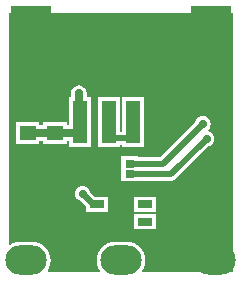
<source format=gbl>
G04*
G04 #@! TF.GenerationSoftware,Altium Limited,Altium Designer,19.1.8 (144)*
G04*
G04 Layer_Physical_Order=2*
G04 Layer_Color=16711680*
%FSLAX25Y25*%
%MOIN*%
G70*
G01*
G75*
%ADD28O,0.03937X0.06299*%
%ADD31C,0.01968*%
G04:AMPARAMS|DCode=33|XSize=98.43mil|YSize=137.8mil|CornerRadius=49.21mil|HoleSize=0mil|Usage=FLASHONLY|Rotation=90.000|XOffset=0mil|YOffset=0mil|HoleType=Round|Shape=RoundedRectangle|*
%AMROUNDEDRECTD33*
21,1,0.09843,0.03937,0,0,90.0*
21,1,0.00000,0.13780,0,0,90.0*
1,1,0.09843,0.01968,0.00000*
1,1,0.09843,0.01968,0.00000*
1,1,0.09843,-0.01968,0.00000*
1,1,0.09843,-0.01968,0.00000*
%
%ADD33ROUNDEDRECTD33*%
%ADD34C,0.02756*%
%ADD35R,0.03150X0.02559*%
%ADD36R,0.04921X0.14370*%
%ADD37R,0.13780X0.07874*%
%ADD38R,0.04900X0.02600*%
%ADD39R,0.05512X0.05118*%
%ADD40C,0.02756*%
G36*
X78706Y3971D02*
X48608D01*
X48394Y4423D01*
X48422Y4457D01*
X48990Y5520D01*
X49340Y6674D01*
X49458Y7874D01*
X49340Y9074D01*
X48990Y10228D01*
X48422Y11291D01*
X47657Y12223D01*
X46725Y12988D01*
X45661Y13557D01*
X44507Y13907D01*
X43307Y14025D01*
X39370D01*
X38170Y13907D01*
X37017Y13557D01*
X35953Y12988D01*
X35021Y12223D01*
X34256Y11291D01*
X33688Y10228D01*
X33338Y9074D01*
X33220Y7874D01*
X33338Y6674D01*
X33688Y5520D01*
X34256Y4457D01*
X34284Y4423D01*
X34070Y3971D01*
X17111D01*
X16897Y4423D01*
X16925Y4457D01*
X17494Y5520D01*
X17844Y6674D01*
X17962Y7874D01*
X17844Y9074D01*
X17494Y10228D01*
X16925Y11291D01*
X16160Y12223D01*
X15228Y12988D01*
X14165Y13557D01*
X13011Y13907D01*
X11811Y14025D01*
X7874D01*
X6674Y13907D01*
X5520Y13557D01*
X4457Y12988D01*
X4423Y12960D01*
X3971Y13174D01*
Y90517D01*
X78706D01*
Y3971D01*
D02*
G37*
%LPC*%
G36*
X27316Y66194D02*
X26643Y66105D01*
X26016Y65845D01*
X25477Y65432D01*
X25064Y64894D01*
X24804Y64266D01*
X24716Y63594D01*
Y62519D01*
X23898D01*
Y52994D01*
X23247D01*
Y54153D01*
X15335D01*
Y52994D01*
X14192D01*
Y54153D01*
X6280D01*
Y46635D01*
X14192D01*
Y47793D01*
X15335D01*
Y46635D01*
X23247D01*
Y47793D01*
X23898D01*
Y45749D01*
X31220D01*
Y62519D01*
X29916D01*
Y63594D01*
X29828Y64266D01*
X29568Y64894D01*
X29155Y65432D01*
X28616Y65845D01*
X27989Y66105D01*
X27316Y66194D01*
D02*
G37*
G36*
X48936Y62470D02*
X41615D01*
Y50772D01*
X41062D01*
Y62470D01*
X33741D01*
Y45700D01*
X41062D01*
Y46318D01*
X41615D01*
Y45700D01*
X48936D01*
Y62470D01*
D02*
G37*
G36*
X68685Y55963D02*
X68011Y55874D01*
X67384Y55615D01*
X66846Y55201D01*
X66433Y54663D01*
X66173Y54036D01*
X66168Y53995D01*
X54458Y42286D01*
X47066D01*
Y42539D01*
X41517D01*
Y37580D01*
Y34233D01*
X47066D01*
Y34486D01*
X58197D01*
X58197Y34486D01*
X59049Y34655D01*
X59772Y35138D01*
X70515Y45880D01*
X70555Y45886D01*
X71182Y46145D01*
X71720Y46559D01*
X72134Y47097D01*
X72394Y47724D01*
X72482Y48397D01*
X72394Y49070D01*
X72134Y49697D01*
X71720Y50236D01*
X71182Y50649D01*
X70555Y50909D01*
X70544Y50910D01*
X70404Y51433D01*
X70523Y51524D01*
X70936Y52063D01*
X71196Y52690D01*
X71285Y53363D01*
X71196Y54036D01*
X70936Y54663D01*
X70523Y55201D01*
X69985Y55615D01*
X69358Y55874D01*
X68685Y55963D01*
D02*
G37*
G36*
X52989Y29035D02*
X45689D01*
Y24035D01*
X52989D01*
Y29035D01*
D02*
G37*
G36*
X28547Y32733D02*
X27874Y32645D01*
X27247Y32385D01*
X26708Y31972D01*
X26295Y31433D01*
X26035Y30806D01*
X25947Y30133D01*
X26035Y29460D01*
X26295Y28833D01*
X26708Y28295D01*
X27247Y27881D01*
X27874Y27621D01*
X27965Y27610D01*
X29689Y25886D01*
Y24035D01*
X36989D01*
Y29035D01*
X32838D01*
X31052Y30822D01*
X30799Y31433D01*
X30385Y31972D01*
X29847Y32385D01*
X29220Y32645D01*
X28547Y32733D01*
D02*
G37*
G36*
X52989Y23209D02*
X45689D01*
Y18209D01*
X52989D01*
Y23209D01*
D02*
G37*
%LPD*%
D28*
X58465Y86614D02*
D03*
X24449D02*
D03*
Y71653D02*
D03*
X58465D02*
D03*
D31*
X37402Y48545D02*
X45276D01*
X55381Y40059D02*
X68685Y53363D01*
X44291Y40059D02*
X55381D01*
X58197Y36713D02*
X69882Y48397D01*
X44291Y36713D02*
X58197D01*
X28547Y30133D02*
X28591D01*
X32189Y26535D01*
X33339D01*
D33*
X9843Y7874D02*
D03*
X72835D02*
D03*
X41339D02*
D03*
D34*
X27316Y63594D02*
D03*
X30130Y38366D02*
D03*
X69882Y48397D02*
D03*
X68685Y53363D02*
D03*
X41339Y23209D02*
D03*
X60709Y22047D02*
D03*
X12196Y32180D02*
D03*
X22469Y24558D02*
D03*
X17717Y20209D02*
D03*
X7874Y25539D02*
D03*
X72394Y22047D02*
D03*
X71720Y74268D02*
D03*
Y80709D02*
D03*
X19791D02*
D03*
X9055D02*
D03*
X54859Y7374D02*
D03*
X61417D02*
D03*
X57939Y12702D02*
D03*
X20052Y7374D02*
D03*
X27575D02*
D03*
X23674Y12702D02*
D03*
X28547Y30133D02*
D03*
D35*
X44291Y36713D02*
D03*
X38386D02*
D03*
X44291Y40059D02*
D03*
X38386D02*
D03*
D36*
X27559Y54134D02*
D03*
X45276Y54085D02*
D03*
X37402D02*
D03*
X55118Y54035D02*
D03*
D37*
X71358Y65010D02*
D03*
Y88632D02*
D03*
X11319Y65010D02*
D03*
Y88632D02*
D03*
D38*
X33339Y20709D02*
D03*
Y26535D02*
D03*
X49339D02*
D03*
Y20709D02*
D03*
D39*
X19291Y44094D02*
D03*
Y50394D02*
D03*
X10236Y44094D02*
D03*
Y50394D02*
D03*
D40*
X27316Y54377D02*
Y63594D01*
X27559Y50787D02*
Y54134D01*
X27165Y50394D02*
X27559Y50787D01*
X19291Y50394D02*
X27165D01*
X10236D02*
X19291D01*
X27316Y54377D02*
X27559Y54134D01*
M02*

</source>
